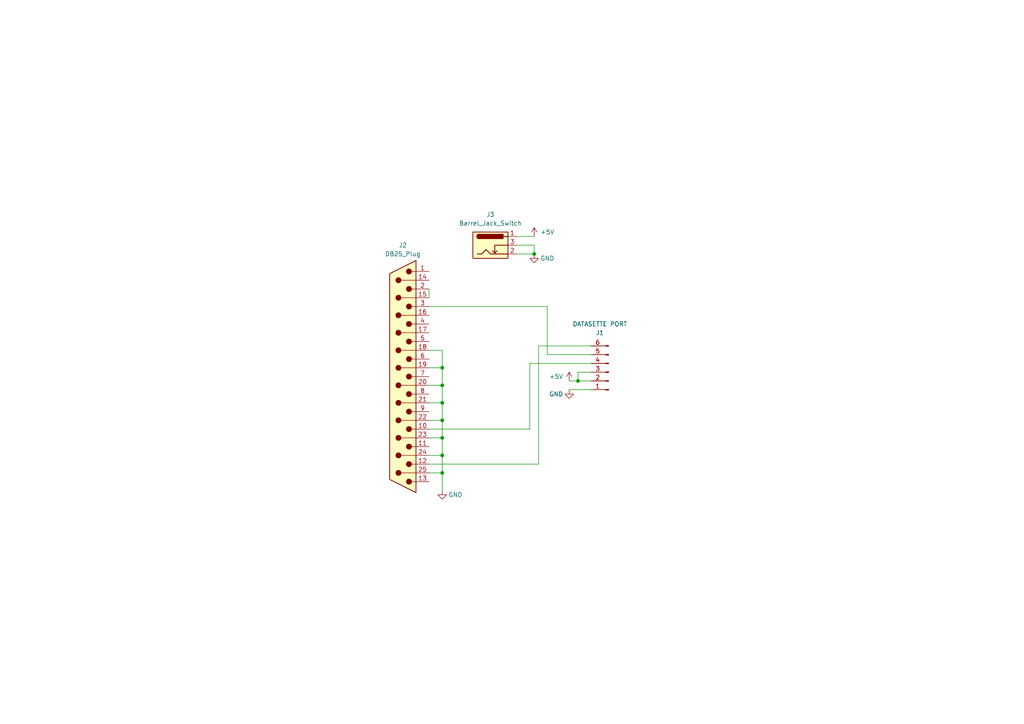
<source format=kicad_sch>
(kicad_sch (version 20230121) (generator eeschema)

  (uuid 2ccec24b-e4d1-412f-9ed2-d458b0def978)

  (paper "A4")

  (lib_symbols
    (symbol "C64_Datasette_Connector:C64_Datasette_Connector" (pin_names (offset 1.016) hide) (in_bom yes) (on_board yes)
      (property "Reference" "J" (at 0 7.62 0)
        (effects (font (size 1.27 1.27)))
      )
      (property "Value" "C64_Datasette_Connector" (at 0 -10.16 0)
        (effects (font (size 1.27 1.27)))
      )
      (property "Footprint" "" (at 0 0 0)
        (effects (font (size 1.27 1.27)) hide)
      )
      (property "Datasheet" "~" (at 0 0 0)
        (effects (font (size 1.27 1.27)) hide)
      )
      (property "ki_locked" "" (at 0 0 0)
        (effects (font (size 1.27 1.27)))
      )
      (property "ki_keywords" "connector" (at 0 0 0)
        (effects (font (size 1.27 1.27)) hide)
      )
      (property "ki_description" "Generic connector, single row, 01x06, script generated" (at 0 0 0)
        (effects (font (size 1.27 1.27)) hide)
      )
      (property "ki_fp_filters" "Connector*:*_1x??_*" (at 0 0 0)
        (effects (font (size 1.27 1.27)) hide)
      )
      (symbol "C64_Datasette_Connector_1_1"
        (polyline
          (pts
            (xy 1.27 -7.62)
            (xy 0.8636 -7.62)
          )
          (stroke (width 0.1524) (type default))
          (fill (type none))
        )
        (polyline
          (pts
            (xy 1.27 -5.08)
            (xy 0.8636 -5.08)
          )
          (stroke (width 0.1524) (type default))
          (fill (type none))
        )
        (polyline
          (pts
            (xy 1.27 -2.54)
            (xy 0.8636 -2.54)
          )
          (stroke (width 0.1524) (type default))
          (fill (type none))
        )
        (polyline
          (pts
            (xy 1.27 0)
            (xy 0.8636 0)
          )
          (stroke (width 0.1524) (type default))
          (fill (type none))
        )
        (polyline
          (pts
            (xy 1.27 2.54)
            (xy 0.8636 2.54)
          )
          (stroke (width 0.1524) (type default))
          (fill (type none))
        )
        (polyline
          (pts
            (xy 1.27 5.08)
            (xy 0.8636 5.08)
          )
          (stroke (width 0.1524) (type default))
          (fill (type none))
        )
        (rectangle (start 0.8636 -7.493) (end 0 -7.747)
          (stroke (width 0.1524) (type default))
          (fill (type outline))
        )
        (rectangle (start 0.8636 -4.953) (end 0 -5.207)
          (stroke (width 0.1524) (type default))
          (fill (type outline))
        )
        (rectangle (start 0.8636 -2.413) (end 0 -2.667)
          (stroke (width 0.1524) (type default))
          (fill (type outline))
        )
        (rectangle (start 0.8636 0.127) (end 0 -0.127)
          (stroke (width 0.1524) (type default))
          (fill (type outline))
        )
        (rectangle (start 0.8636 2.667) (end 0 2.413)
          (stroke (width 0.1524) (type default))
          (fill (type outline))
        )
        (rectangle (start 0.8636 5.207) (end 0 4.953)
          (stroke (width 0.1524) (type default))
          (fill (type outline))
        )
        (pin passive line (at 5.08 5.08 180) (length 3.81)
          (name "GND" (effects (font (size 1.27 1.27))))
          (number "1" (effects (font (size 1.27 1.27))))
        )
        (pin power_in line (at 5.08 2.54 180) (length 3.81)
          (name "5V" (effects (font (size 1.27 1.27))))
          (number "2" (effects (font (size 1.27 1.27))))
        )
        (pin power_in line (at 5.08 0 180) (length 3.81)
          (name "Motor" (effects (font (size 1.27 1.27))))
          (number "3" (effects (font (size 1.27 1.27))))
        )
        (pin passive line (at 5.08 -2.54 180) (length 3.81)
          (name "Read" (effects (font (size 1.27 1.27))))
          (number "4" (effects (font (size 1.27 1.27))))
        )
        (pin passive line (at 5.08 -5.08 180) (length 3.81)
          (name "Write" (effects (font (size 1.27 1.27))))
          (number "5" (effects (font (size 1.27 1.27))))
        )
        (pin passive line (at 5.08 -7.62 180) (length 3.81)
          (name "Sense" (effects (font (size 1.27 1.27))))
          (number "6" (effects (font (size 1.27 1.27))))
        )
      )
    )
    (symbol "Connector:Barrel_Jack_Switch" (pin_names hide) (in_bom yes) (on_board yes)
      (property "Reference" "J" (at 0 5.334 0)
        (effects (font (size 1.27 1.27)))
      )
      (property "Value" "Barrel_Jack_Switch" (at 0 -5.08 0)
        (effects (font (size 1.27 1.27)))
      )
      (property "Footprint" "" (at 1.27 -1.016 0)
        (effects (font (size 1.27 1.27)) hide)
      )
      (property "Datasheet" "~" (at 1.27 -1.016 0)
        (effects (font (size 1.27 1.27)) hide)
      )
      (property "ki_keywords" "DC power barrel jack connector" (at 0 0 0)
        (effects (font (size 1.27 1.27)) hide)
      )
      (property "ki_description" "DC Barrel Jack with an internal switch" (at 0 0 0)
        (effects (font (size 1.27 1.27)) hide)
      )
      (property "ki_fp_filters" "BarrelJack*" (at 0 0 0)
        (effects (font (size 1.27 1.27)) hide)
      )
      (symbol "Barrel_Jack_Switch_0_1"
        (rectangle (start -5.08 3.81) (end 5.08 -3.81)
          (stroke (width 0.254) (type default))
          (fill (type background))
        )
        (arc (start -3.302 3.175) (mid -3.9343 2.54) (end -3.302 1.905)
          (stroke (width 0.254) (type default))
          (fill (type none))
        )
        (arc (start -3.302 3.175) (mid -3.9343 2.54) (end -3.302 1.905)
          (stroke (width 0.254) (type default))
          (fill (type outline))
        )
        (polyline
          (pts
            (xy 1.27 -2.286)
            (xy 1.905 -1.651)
          )
          (stroke (width 0.254) (type default))
          (fill (type none))
        )
        (polyline
          (pts
            (xy 5.08 2.54)
            (xy 3.81 2.54)
          )
          (stroke (width 0.254) (type default))
          (fill (type none))
        )
        (polyline
          (pts
            (xy 5.08 0)
            (xy 1.27 0)
            (xy 1.27 -2.286)
            (xy 0.635 -1.651)
          )
          (stroke (width 0.254) (type default))
          (fill (type none))
        )
        (polyline
          (pts
            (xy -3.81 -2.54)
            (xy -2.54 -2.54)
            (xy -1.27 -1.27)
            (xy 0 -2.54)
            (xy 2.54 -2.54)
            (xy 5.08 -2.54)
          )
          (stroke (width 0.254) (type default))
          (fill (type none))
        )
        (rectangle (start 3.683 3.175) (end -3.302 1.905)
          (stroke (width 0.254) (type default))
          (fill (type outline))
        )
      )
      (symbol "Barrel_Jack_Switch_1_1"
        (pin passive line (at 7.62 2.54 180) (length 2.54)
          (name "~" (effects (font (size 1.27 1.27))))
          (number "1" (effects (font (size 1.27 1.27))))
        )
        (pin passive line (at 7.62 -2.54 180) (length 2.54)
          (name "~" (effects (font (size 1.27 1.27))))
          (number "2" (effects (font (size 1.27 1.27))))
        )
        (pin passive line (at 7.62 0 180) (length 2.54)
          (name "~" (effects (font (size 1.27 1.27))))
          (number "3" (effects (font (size 1.27 1.27))))
        )
      )
    )
    (symbol "Connector:DB25_Plug" (pin_names (offset 1.016) hide) (in_bom yes) (on_board yes)
      (property "Reference" "J" (at 0 34.29 0)
        (effects (font (size 1.27 1.27)))
      )
      (property "Value" "DB25_Plug" (at 0 -34.925 0)
        (effects (font (size 1.27 1.27)))
      )
      (property "Footprint" "" (at 0 0 0)
        (effects (font (size 1.27 1.27)) hide)
      )
      (property "Datasheet" " ~" (at 0 0 0)
        (effects (font (size 1.27 1.27)) hide)
      )
      (property "ki_keywords" "male plug D-SUB connector" (at 0 0 0)
        (effects (font (size 1.27 1.27)) hide)
      )
      (property "ki_description" "25-pin male plug pin D-SUB connector" (at 0 0 0)
        (effects (font (size 1.27 1.27)) hide)
      )
      (property "ki_fp_filters" "DSUB*Male*" (at 0 0 0)
        (effects (font (size 1.27 1.27)) hide)
      )
      (symbol "DB25_Plug_0_1"
        (circle (center -1.778 -30.48) (radius 0.762)
          (stroke (width 0) (type default))
          (fill (type outline))
        )
        (circle (center -1.778 -25.4) (radius 0.762)
          (stroke (width 0) (type default))
          (fill (type outline))
        )
        (circle (center -1.778 -20.32) (radius 0.762)
          (stroke (width 0) (type default))
          (fill (type outline))
        )
        (circle (center -1.778 -15.24) (radius 0.762)
          (stroke (width 0) (type default))
          (fill (type outline))
        )
        (circle (center -1.778 -10.16) (radius 0.762)
          (stroke (width 0) (type default))
          (fill (type outline))
        )
        (circle (center -1.778 -5.08) (radius 0.762)
          (stroke (width 0) (type default))
          (fill (type outline))
        )
        (circle (center -1.778 0) (radius 0.762)
          (stroke (width 0) (type default))
          (fill (type outline))
        )
        (circle (center -1.778 5.08) (radius 0.762)
          (stroke (width 0) (type default))
          (fill (type outline))
        )
        (circle (center -1.778 10.16) (radius 0.762)
          (stroke (width 0) (type default))
          (fill (type outline))
        )
        (circle (center -1.778 15.24) (radius 0.762)
          (stroke (width 0) (type default))
          (fill (type outline))
        )
        (circle (center -1.778 20.32) (radius 0.762)
          (stroke (width 0) (type default))
          (fill (type outline))
        )
        (circle (center -1.778 25.4) (radius 0.762)
          (stroke (width 0) (type default))
          (fill (type outline))
        )
        (circle (center -1.778 30.48) (radius 0.762)
          (stroke (width 0) (type default))
          (fill (type outline))
        )
        (polyline
          (pts
            (xy -3.81 -30.48)
            (xy -2.54 -30.48)
          )
          (stroke (width 0) (type default))
          (fill (type none))
        )
        (polyline
          (pts
            (xy -3.81 -27.94)
            (xy 0.508 -27.94)
          )
          (stroke (width 0) (type default))
          (fill (type none))
        )
        (polyline
          (pts
            (xy -3.81 -25.4)
            (xy -2.54 -25.4)
          )
          (stroke (width 0) (type default))
          (fill (type none))
        )
        (polyline
          (pts
            (xy -3.81 -22.86)
            (xy 0.508 -22.86)
          )
          (stroke (width 0) (type default))
          (fill (type none))
        )
        (polyline
          (pts
            (xy -3.81 -20.32)
            (xy -2.54 -20.32)
          )
          (stroke (width 0) (type default))
          (fill (type none))
        )
        (polyline
          (pts
            (xy -3.81 -17.78)
            (xy 0.508 -17.78)
          )
          (stroke (width 0) (type default))
          (fill (type none))
        )
        (polyline
          (pts
            (xy -3.81 -15.24)
            (xy -2.54 -15.24)
          )
          (stroke (width 0) (type default))
          (fill (type none))
        )
        (polyline
          (pts
            (xy -3.81 -12.7)
            (xy 0.508 -12.7)
          )
          (stroke (width 0) (type default))
          (fill (type none))
        )
        (polyline
          (pts
            (xy -3.81 -10.16)
            (xy -2.54 -10.16)
          )
          (stroke (width 0) (type default))
          (fill (type none))
        )
        (polyline
          (pts
            (xy -3.81 -7.62)
            (xy 0.508 -7.62)
          )
          (stroke (width 0) (type default))
          (fill (type none))
        )
        (polyline
          (pts
            (xy -3.81 -5.08)
            (xy -2.54 -5.08)
          )
          (stroke (width 0) (type default))
          (fill (type none))
        )
        (polyline
          (pts
            (xy -3.81 -2.54)
            (xy 0.508 -2.54)
          )
          (stroke (width 0) (type default))
          (fill (type none))
        )
        (polyline
          (pts
            (xy -3.81 0)
            (xy -2.54 0)
          )
          (stroke (width 0) (type default))
          (fill (type none))
        )
        (polyline
          (pts
            (xy -3.81 2.54)
            (xy 0.508 2.54)
          )
          (stroke (width 0) (type default))
          (fill (type none))
        )
        (polyline
          (pts
            (xy -3.81 5.08)
            (xy -2.54 5.08)
          )
          (stroke (width 0) (type default))
          (fill (type none))
        )
        (polyline
          (pts
            (xy -3.81 7.62)
            (xy 0.508 7.62)
          )
          (stroke (width 0) (type default))
          (fill (type none))
        )
        (polyline
          (pts
            (xy -3.81 10.16)
            (xy -2.54 10.16)
          )
          (stroke (width 0) (type default))
          (fill (type none))
        )
        (polyline
          (pts
            (xy -3.81 12.7)
            (xy 0.508 12.7)
          )
          (stroke (width 0) (type default))
          (fill (type none))
        )
        (polyline
          (pts
            (xy -3.81 15.24)
            (xy -2.54 15.24)
          )
          (stroke (width 0) (type default))
          (fill (type none))
        )
        (polyline
          (pts
            (xy -3.81 17.78)
            (xy 0.508 17.78)
          )
          (stroke (width 0) (type default))
          (fill (type none))
        )
        (polyline
          (pts
            (xy -3.81 20.32)
            (xy -2.54 20.32)
          )
          (stroke (width 0) (type default))
          (fill (type none))
        )
        (polyline
          (pts
            (xy -3.81 22.86)
            (xy 0.508 22.86)
          )
          (stroke (width 0) (type default))
          (fill (type none))
        )
        (polyline
          (pts
            (xy -3.81 25.4)
            (xy -2.54 25.4)
          )
          (stroke (width 0) (type default))
          (fill (type none))
        )
        (polyline
          (pts
            (xy -3.81 27.94)
            (xy 0.508 27.94)
          )
          (stroke (width 0) (type default))
          (fill (type none))
        )
        (polyline
          (pts
            (xy -3.81 30.48)
            (xy -2.54 30.48)
          )
          (stroke (width 0) (type default))
          (fill (type none))
        )
        (polyline
          (pts
            (xy -3.81 -33.655)
            (xy 3.81 -29.845)
            (xy 3.81 29.845)
            (xy -3.81 33.655)
            (xy -3.81 -33.655)
          )
          (stroke (width 0.254) (type default))
          (fill (type background))
        )
        (circle (center 1.27 -27.94) (radius 0.762)
          (stroke (width 0) (type default))
          (fill (type outline))
        )
        (circle (center 1.27 -22.86) (radius 0.762)
          (stroke (width 0) (type default))
          (fill (type outline))
        )
        (circle (center 1.27 -17.78) (radius 0.762)
          (stroke (width 0) (type default))
          (fill (type outline))
        )
        (circle (center 1.27 -12.7) (radius 0.762)
          (stroke (width 0) (type default))
          (fill (type outline))
        )
        (circle (center 1.27 -7.62) (radius 0.762)
          (stroke (width 0) (type default))
          (fill (type outline))
        )
        (circle (center 1.27 -2.54) (radius 0.762)
          (stroke (width 0) (type default))
          (fill (type outline))
        )
        (circle (center 1.27 2.54) (radius 0.762)
          (stroke (width 0) (type default))
          (fill (type outline))
        )
        (circle (center 1.27 7.62) (radius 0.762)
          (stroke (width 0) (type default))
          (fill (type outline))
        )
        (circle (center 1.27 12.7) (radius 0.762)
          (stroke (width 0) (type default))
          (fill (type outline))
        )
        (circle (center 1.27 17.78) (radius 0.762)
          (stroke (width 0) (type default))
          (fill (type outline))
        )
        (circle (center 1.27 22.86) (radius 0.762)
          (stroke (width 0) (type default))
          (fill (type outline))
        )
        (circle (center 1.27 27.94) (radius 0.762)
          (stroke (width 0) (type default))
          (fill (type outline))
        )
      )
      (symbol "DB25_Plug_1_1"
        (pin passive line (at -7.62 -30.48 0) (length 3.81)
          (name "1" (effects (font (size 1.27 1.27))))
          (number "1" (effects (font (size 1.27 1.27))))
        )
        (pin passive line (at -7.62 15.24 0) (length 3.81)
          (name "10" (effects (font (size 1.27 1.27))))
          (number "10" (effects (font (size 1.27 1.27))))
        )
        (pin passive line (at -7.62 20.32 0) (length 3.81)
          (name "11" (effects (font (size 1.27 1.27))))
          (number "11" (effects (font (size 1.27 1.27))))
        )
        (pin passive line (at -7.62 25.4 0) (length 3.81)
          (name "12" (effects (font (size 1.27 1.27))))
          (number "12" (effects (font (size 1.27 1.27))))
        )
        (pin passive line (at -7.62 30.48 0) (length 3.81)
          (name "13" (effects (font (size 1.27 1.27))))
          (number "13" (effects (font (size 1.27 1.27))))
        )
        (pin passive line (at -7.62 -27.94 0) (length 3.81)
          (name "P14" (effects (font (size 1.27 1.27))))
          (number "14" (effects (font (size 1.27 1.27))))
        )
        (pin passive line (at -7.62 -22.86 0) (length 3.81)
          (name "P15" (effects (font (size 1.27 1.27))))
          (number "15" (effects (font (size 1.27 1.27))))
        )
        (pin passive line (at -7.62 -17.78 0) (length 3.81)
          (name "P16" (effects (font (size 1.27 1.27))))
          (number "16" (effects (font (size 1.27 1.27))))
        )
        (pin passive line (at -7.62 -12.7 0) (length 3.81)
          (name "P17" (effects (font (size 1.27 1.27))))
          (number "17" (effects (font (size 1.27 1.27))))
        )
        (pin passive line (at -7.62 -7.62 0) (length 3.81)
          (name "P18" (effects (font (size 1.27 1.27))))
          (number "18" (effects (font (size 1.27 1.27))))
        )
        (pin passive line (at -7.62 -2.54 0) (length 3.81)
          (name "P19" (effects (font (size 1.27 1.27))))
          (number "19" (effects (font (size 1.27 1.27))))
        )
        (pin passive line (at -7.62 -25.4 0) (length 3.81)
          (name "2" (effects (font (size 1.27 1.27))))
          (number "2" (effects (font (size 1.27 1.27))))
        )
        (pin passive line (at -7.62 2.54 0) (length 3.81)
          (name "P20" (effects (font (size 1.27 1.27))))
          (number "20" (effects (font (size 1.27 1.27))))
        )
        (pin passive line (at -7.62 7.62 0) (length 3.81)
          (name "P21" (effects (font (size 1.27 1.27))))
          (number "21" (effects (font (size 1.27 1.27))))
        )
        (pin passive line (at -7.62 12.7 0) (length 3.81)
          (name "P22" (effects (font (size 1.27 1.27))))
          (number "22" (effects (font (size 1.27 1.27))))
        )
        (pin passive line (at -7.62 17.78 0) (length 3.81)
          (name "P23" (effects (font (size 1.27 1.27))))
          (number "23" (effects (font (size 1.27 1.27))))
        )
        (pin passive line (at -7.62 22.86 0) (length 3.81)
          (name "P24" (effects (font (size 1.27 1.27))))
          (number "24" (effects (font (size 1.27 1.27))))
        )
        (pin passive line (at -7.62 27.94 0) (length 3.81)
          (name "P25" (effects (font (size 1.27 1.27))))
          (number "25" (effects (font (size 1.27 1.27))))
        )
        (pin passive line (at -7.62 -20.32 0) (length 3.81)
          (name "3" (effects (font (size 1.27 1.27))))
          (number "3" (effects (font (size 1.27 1.27))))
        )
        (pin passive line (at -7.62 -15.24 0) (length 3.81)
          (name "4" (effects (font (size 1.27 1.27))))
          (number "4" (effects (font (size 1.27 1.27))))
        )
        (pin passive line (at -7.62 -10.16 0) (length 3.81)
          (name "5" (effects (font (size 1.27 1.27))))
          (number "5" (effects (font (size 1.27 1.27))))
        )
        (pin passive line (at -7.62 -5.08 0) (length 3.81)
          (name "6" (effects (font (size 1.27 1.27))))
          (number "6" (effects (font (size 1.27 1.27))))
        )
        (pin passive line (at -7.62 0 0) (length 3.81)
          (name "7" (effects (font (size 1.27 1.27))))
          (number "7" (effects (font (size 1.27 1.27))))
        )
        (pin passive line (at -7.62 5.08 0) (length 3.81)
          (name "8" (effects (font (size 1.27 1.27))))
          (number "8" (effects (font (size 1.27 1.27))))
        )
        (pin passive line (at -7.62 10.16 0) (length 3.81)
          (name "9" (effects (font (size 1.27 1.27))))
          (number "9" (effects (font (size 1.27 1.27))))
        )
      )
    )
    (symbol "power:+5V" (power) (pin_names (offset 0)) (in_bom yes) (on_board yes)
      (property "Reference" "#PWR" (at 0 -3.81 0)
        (effects (font (size 1.27 1.27)) hide)
      )
      (property "Value" "+5V" (at 0 3.556 0)
        (effects (font (size 1.27 1.27)))
      )
      (property "Footprint" "" (at 0 0 0)
        (effects (font (size 1.27 1.27)) hide)
      )
      (property "Datasheet" "" (at 0 0 0)
        (effects (font (size 1.27 1.27)) hide)
      )
      (property "ki_keywords" "global power" (at 0 0 0)
        (effects (font (size 1.27 1.27)) hide)
      )
      (property "ki_description" "Power symbol creates a global label with name \"+5V\"" (at 0 0 0)
        (effects (font (size 1.27 1.27)) hide)
      )
      (symbol "+5V_0_1"
        (polyline
          (pts
            (xy -0.762 1.27)
            (xy 0 2.54)
          )
          (stroke (width 0) (type default))
          (fill (type none))
        )
        (polyline
          (pts
            (xy 0 0)
            (xy 0 2.54)
          )
          (stroke (width 0) (type default))
          (fill (type none))
        )
        (polyline
          (pts
            (xy 0 2.54)
            (xy 0.762 1.27)
          )
          (stroke (width 0) (type default))
          (fill (type none))
        )
      )
      (symbol "+5V_1_1"
        (pin power_in line (at 0 0 90) (length 0) hide
          (name "+5V" (effects (font (size 1.27 1.27))))
          (number "1" (effects (font (size 1.27 1.27))))
        )
      )
    )
    (symbol "power:GND" (power) (pin_names (offset 0)) (in_bom yes) (on_board yes)
      (property "Reference" "#PWR" (at 0 -6.35 0)
        (effects (font (size 1.27 1.27)) hide)
      )
      (property "Value" "GND" (at 0 -3.81 0)
        (effects (font (size 1.27 1.27)))
      )
      (property "Footprint" "" (at 0 0 0)
        (effects (font (size 1.27 1.27)) hide)
      )
      (property "Datasheet" "" (at 0 0 0)
        (effects (font (size 1.27 1.27)) hide)
      )
      (property "ki_keywords" "global power" (at 0 0 0)
        (effects (font (size 1.27 1.27)) hide)
      )
      (property "ki_description" "Power symbol creates a global label with name \"GND\" , ground" (at 0 0 0)
        (effects (font (size 1.27 1.27)) hide)
      )
      (symbol "GND_0_1"
        (polyline
          (pts
            (xy 0 0)
            (xy 0 -1.27)
            (xy 1.27 -1.27)
            (xy 0 -2.54)
            (xy -1.27 -1.27)
            (xy 0 -1.27)
          )
          (stroke (width 0) (type default))
          (fill (type none))
        )
      )
      (symbol "GND_1_1"
        (pin power_in line (at 0 0 270) (length 0) hide
          (name "GND" (effects (font (size 1.27 1.27))))
          (number "1" (effects (font (size 1.27 1.27))))
        )
      )
    )
  )

  (junction (at 128.27 111.76) (diameter 0) (color 0 0 0 0)
    (uuid 1086f38f-4194-42ce-bbf5-39ec4cc06ea4)
  )
  (junction (at 167.64 110.49) (diameter 0) (color 0 0 0 0)
    (uuid 2cd161b6-47fb-4747-b788-8073b34c7021)
  )
  (junction (at 128.27 137.16) (diameter 0) (color 0 0 0 0)
    (uuid 2e86d592-ae69-40a1-8166-cd04d8b8c2d8)
  )
  (junction (at 128.27 121.92) (diameter 0) (color 0 0 0 0)
    (uuid 3320958d-8ce5-4864-9950-14789003f45c)
  )
  (junction (at 128.27 132.08) (diameter 0) (color 0 0 0 0)
    (uuid 3f310c7b-b360-43d3-9fbe-542a7c6c8a8a)
  )
  (junction (at 154.94 73.66) (diameter 0) (color 0 0 0 0)
    (uuid 73314843-8ff4-45b5-b901-0d3511c743c6)
  )
  (junction (at 128.27 127) (diameter 0) (color 0 0 0 0)
    (uuid a723305a-2b7b-4b6b-8c75-6ed263c745a8)
  )
  (junction (at 128.27 116.84) (diameter 0) (color 0 0 0 0)
    (uuid b0589049-1392-4acb-9bdd-803c5355a82f)
  )
  (junction (at 128.27 106.68) (diameter 0) (color 0 0 0 0)
    (uuid dc124a3b-1839-4683-8205-d8c4dc3fb535)
  )

  (wire (pts (xy 124.46 121.92) (xy 128.27 121.92))
    (stroke (width 0) (type default))
    (uuid 0b62240d-0dc3-47a9-90d5-c6466c66764a)
  )
  (wire (pts (xy 128.27 121.92) (xy 128.27 127))
    (stroke (width 0) (type default))
    (uuid 0c9718c3-7dab-4713-b8c2-83b40fa24bbc)
  )
  (wire (pts (xy 149.86 73.66) (xy 154.94 73.66))
    (stroke (width 0) (type default))
    (uuid 18c2d9c6-d2dc-4ea3-8b57-ecb16543c2cb)
  )
  (wire (pts (xy 158.75 88.9) (xy 158.75 102.87))
    (stroke (width 0) (type default))
    (uuid 1ce554bb-884a-476c-975e-613cee44515b)
  )
  (wire (pts (xy 167.64 110.49) (xy 165.1 110.49))
    (stroke (width 0) (type default))
    (uuid 1d97a328-b7e2-49c5-8ddc-efec0296b53a)
  )
  (wire (pts (xy 124.46 127) (xy 128.27 127))
    (stroke (width 0) (type default))
    (uuid 1e59a3d5-2d7d-498f-91fd-4ad54b4e756b)
  )
  (wire (pts (xy 128.27 106.68) (xy 128.27 111.76))
    (stroke (width 0) (type default))
    (uuid 2255a618-75f0-4342-ba0e-a1354ed4ba84)
  )
  (wire (pts (xy 124.46 111.76) (xy 128.27 111.76))
    (stroke (width 0) (type default))
    (uuid 2dc85096-cae7-48e3-9e3a-d0c81a5e550d)
  )
  (wire (pts (xy 154.94 71.12) (xy 154.94 73.66))
    (stroke (width 0) (type default))
    (uuid 2ef86872-f2cf-4514-8002-c9bead259be5)
  )
  (wire (pts (xy 124.46 101.6) (xy 128.27 101.6))
    (stroke (width 0) (type default))
    (uuid 36f32d6f-6d05-4044-9cd2-f28e39223ed6)
  )
  (wire (pts (xy 171.45 107.95) (xy 167.64 107.95))
    (stroke (width 0) (type default))
    (uuid 3cac1aa7-d222-4173-8151-9cc20d2b43eb)
  )
  (wire (pts (xy 171.45 110.49) (xy 167.64 110.49))
    (stroke (width 0) (type default))
    (uuid 424ef9df-908b-4fa2-a6a1-ea4b5d413d56)
  )
  (wire (pts (xy 149.86 71.12) (xy 154.94 71.12))
    (stroke (width 0) (type default))
    (uuid 439a4412-0c40-4f0e-9a85-954b4374f7bc)
  )
  (wire (pts (xy 128.27 101.6) (xy 128.27 106.68))
    (stroke (width 0) (type default))
    (uuid 46e1cc2e-83c1-4313-86e4-a3070f3a30e8)
  )
  (wire (pts (xy 124.46 88.9) (xy 158.75 88.9))
    (stroke (width 0) (type default))
    (uuid 49df5f16-0a92-48d7-9d29-ef8bea70262b)
  )
  (wire (pts (xy 156.21 134.62) (xy 156.21 100.33))
    (stroke (width 0) (type default))
    (uuid 6d5a4aca-d59c-4acc-84cf-3437c1f98177)
  )
  (wire (pts (xy 124.46 132.08) (xy 128.27 132.08))
    (stroke (width 0) (type default))
    (uuid 7d6bb9e8-35f0-46c4-9fa7-eedfa5ca9055)
  )
  (wire (pts (xy 149.86 68.58) (xy 154.94 68.58))
    (stroke (width 0) (type default))
    (uuid 7f1a7706-c09a-401a-928e-c0792080e6c0)
  )
  (wire (pts (xy 156.21 100.33) (xy 171.45 100.33))
    (stroke (width 0) (type default))
    (uuid 87d80613-8ed4-4265-8ebe-4a9533e83d01)
  )
  (wire (pts (xy 153.67 105.41) (xy 171.45 105.41))
    (stroke (width 0) (type default))
    (uuid 88b4aecd-6963-4409-85d5-e4cbd961cf7c)
  )
  (wire (pts (xy 128.27 127) (xy 128.27 132.08))
    (stroke (width 0) (type default))
    (uuid 9c636500-b691-4418-bbc0-57374c250306)
  )
  (wire (pts (xy 124.46 116.84) (xy 128.27 116.84))
    (stroke (width 0) (type default))
    (uuid a19151af-1f4d-472f-b312-522c8329326f)
  )
  (wire (pts (xy 128.27 137.16) (xy 124.46 137.16))
    (stroke (width 0) (type default))
    (uuid aea42273-9ef7-44e7-a586-38a6ec135d5d)
  )
  (wire (pts (xy 128.27 111.76) (xy 128.27 116.84))
    (stroke (width 0) (type default))
    (uuid b45b6e3d-09ec-4d2d-89ce-628dbde16cf0)
  )
  (wire (pts (xy 124.46 106.68) (xy 128.27 106.68))
    (stroke (width 0) (type default))
    (uuid b5fefb51-c06d-4649-98be-9e32ee7a114c)
  )
  (wire (pts (xy 158.75 102.87) (xy 171.45 102.87))
    (stroke (width 0) (type default))
    (uuid c04f10f6-71b8-4bcc-823d-e52a4dcb9683)
  )
  (wire (pts (xy 128.27 132.08) (xy 128.27 137.16))
    (stroke (width 0) (type default))
    (uuid c52ff963-e025-49c0-b92c-79420b1410b7)
  )
  (wire (pts (xy 128.27 116.84) (xy 128.27 121.92))
    (stroke (width 0) (type default))
    (uuid ce00a355-f80b-4854-accc-6af042b1c8c7)
  )
  (wire (pts (xy 124.46 134.62) (xy 156.21 134.62))
    (stroke (width 0) (type default))
    (uuid d6cb79bf-91b8-46e8-8fc8-3375cc49eb46)
  )
  (wire (pts (xy 124.46 124.46) (xy 153.67 124.46))
    (stroke (width 0) (type default))
    (uuid d6f59806-071e-4f6b-9371-c3d953c2816d)
  )
  (wire (pts (xy 124.46 83.82) (xy 124.46 86.36))
    (stroke (width 0) (type default))
    (uuid dbb27df0-b58d-46de-8cd9-5470e6a8dc3f)
  )
  (wire (pts (xy 128.27 137.16) (xy 128.27 142.24))
    (stroke (width 0) (type default))
    (uuid dda1be8c-91ed-4f4b-bd7b-06bdfd5b3630)
  )
  (wire (pts (xy 171.45 113.03) (xy 165.1 113.03))
    (stroke (width 0) (type default))
    (uuid e9b6fef0-d29c-489d-803d-04e06857b2bd)
  )
  (wire (pts (xy 153.67 124.46) (xy 153.67 105.41))
    (stroke (width 0) (type default))
    (uuid e9bca57c-925f-418f-902d-b67542faceaa)
  )
  (wire (pts (xy 167.64 107.95) (xy 167.64 110.49))
    (stroke (width 0) (type default))
    (uuid f1edbf5a-6f7b-4708-bd65-d3df10e682b9)
  )

  (symbol (lib_id "C64_Datasette_Connector:C64_Datasette_Connector") (at 176.53 107.95 180) (unit 1)
    (in_bom yes) (on_board yes) (dnp no)
    (uuid 2b294563-6a74-447b-bfde-2eb36a027d86)
    (property "Reference" "J1" (at 173.99 96.52 0)
      (effects (font (size 1.27 1.27)))
    )
    (property "Value" "DATASETTE PORT" (at 173.99 93.98 0)
      (effects (font (size 1.27 1.27)))
    )
    (property "Footprint" "C64_Datasette_Connector:C64_Datasette_Connector" (at 176.53 107.95 0)
      (effects (font (size 1.27 1.27)) hide)
    )
    (property "Datasheet" "~" (at 176.53 107.95 0)
      (effects (font (size 1.27 1.27)) hide)
    )
    (pin "1" (uuid 559f5f20-c7b2-43de-804e-69cfd191fca4))
    (pin "2" (uuid e8f8a62a-5af8-4768-894f-d51807187928))
    (pin "3" (uuid 38ae5a1b-1d51-4b96-add6-781333831aff))
    (pin "4" (uuid 3eb36dc6-bea4-44f8-a956-26b3f3edd3ac))
    (pin "5" (uuid dc744e26-0bf3-457e-aaf4-faa480ed9cab))
    (pin "6" (uuid 9b90cba5-7499-4dcb-94f1-670a1d18ff7b))
    (instances
      (project "C64S"
        (path "/2ccec24b-e4d1-412f-9ed2-d458b0def978"
          (reference "J1") (unit 1)
        )
      )
    )
  )

  (symbol (lib_id "Connector:Barrel_Jack_Switch") (at 142.24 71.12 0) (unit 1)
    (in_bom yes) (on_board yes) (dnp no) (fields_autoplaced)
    (uuid 2b5fd4f9-99ee-4d2b-b5a9-f9f527b732f1)
    (property "Reference" "J3" (at 142.24 62.23 0)
      (effects (font (size 1.27 1.27)))
    )
    (property "Value" "Barrel_Jack_Switch" (at 142.24 64.77 0)
      (effects (font (size 1.27 1.27)))
    )
    (property "Footprint" "Connector_BarrelJack:BarrelJack_Horizontal" (at 143.51 72.136 0)
      (effects (font (size 1.27 1.27)) hide)
    )
    (property "Datasheet" "~" (at 143.51 72.136 0)
      (effects (font (size 1.27 1.27)) hide)
    )
    (pin "1" (uuid 83b6f9bf-6690-4911-87ac-13dd9d8746e4))
    (pin "2" (uuid b6da8571-d02d-4931-a713-f479feea2d83))
    (pin "3" (uuid aaf3fbe8-de02-43bf-b82f-565df5862658))
    (instances
      (project "C64S"
        (path "/2ccec24b-e4d1-412f-9ed2-d458b0def978"
          (reference "J3") (unit 1)
        )
      )
    )
  )

  (symbol (lib_id "power:GND") (at 154.94 73.66 0) (unit 1)
    (in_bom yes) (on_board yes) (dnp no)
    (uuid 38f64750-722e-47ba-a628-a99232fa5720)
    (property "Reference" "#PWR05" (at 154.94 80.01 0)
      (effects (font (size 1.27 1.27)) hide)
    )
    (property "Value" "GND" (at 158.75 74.93 0)
      (effects (font (size 1.27 1.27)))
    )
    (property "Footprint" "" (at 154.94 73.66 0)
      (effects (font (size 1.27 1.27)) hide)
    )
    (property "Datasheet" "" (at 154.94 73.66 0)
      (effects (font (size 1.27 1.27)) hide)
    )
    (pin "1" (uuid 818071d8-5ed6-43c6-b822-1b146980c0d2))
    (instances
      (project "C64S"
        (path "/2ccec24b-e4d1-412f-9ed2-d458b0def978"
          (reference "#PWR05") (unit 1)
        )
      )
    )
  )

  (symbol (lib_id "Connector:DB25_Plug") (at 116.84 109.22 180) (unit 1)
    (in_bom yes) (on_board yes) (dnp no) (fields_autoplaced)
    (uuid 9478f451-d30d-43b4-b839-2fc33db21d8c)
    (property "Reference" "J2" (at 116.84 71.12 0)
      (effects (font (size 1.27 1.27)))
    )
    (property "Value" "DB25_Plug" (at 116.84 73.66 0)
      (effects (font (size 1.27 1.27)))
    )
    (property "Footprint" "Connector_Dsub:DSUB-25_Male_EdgeMount_P2.77mm" (at 116.84 109.22 0)
      (effects (font (size 1.27 1.27)) hide)
    )
    (property "Datasheet" " ~" (at 116.84 109.22 0)
      (effects (font (size 1.27 1.27)) hide)
    )
    (pin "1" (uuid 3edab16a-3b58-4ce8-a574-3de7bfb9b569))
    (pin "10" (uuid b58ab798-12f7-47c9-b416-03a772c9cda5))
    (pin "11" (uuid ac9978fd-1fa5-4725-abc3-fa422812b21f))
    (pin "12" (uuid be15daff-136a-43a2-8b5b-5c27bf247531))
    (pin "13" (uuid 27784be1-2351-4d9c-9f12-5beeddaf5468))
    (pin "14" (uuid 8fd7e954-96a3-4ebe-b466-c10da28b020f))
    (pin "15" (uuid 4646b9bc-dc6a-4825-9edb-55e57db6d1ca))
    (pin "16" (uuid f0a40a05-d315-484c-9d93-4d7a16961766))
    (pin "17" (uuid 45e67024-991c-43a3-8bc4-91409a6dc2e4))
    (pin "18" (uuid c28452fc-04f5-4cdc-9260-2d7a43d4579d))
    (pin "19" (uuid 5599a385-555d-43fe-8823-04662fe61f9a))
    (pin "2" (uuid 76913876-731e-4ae7-929d-9c003b5d0dde))
    (pin "20" (uuid 85aee03d-82f1-44bb-89ee-1f69e352853d))
    (pin "21" (uuid 74488fcc-38f9-49a1-a31f-9b523eacc11b))
    (pin "22" (uuid c61b28e5-8b83-46ab-850f-f7fafaa1c3db))
    (pin "23" (uuid cfb551be-03fe-4a0f-87fc-02173f01be1c))
    (pin "24" (uuid b9155466-3157-4c29-a473-933172e00ef4))
    (pin "25" (uuid cefb03f0-7450-47ce-976d-26f9e0f638ff))
    (pin "3" (uuid 4e9e052c-508f-4e93-81ea-8af689ca1ff6))
    (pin "4" (uuid 9a60d62a-0cc6-483a-b407-a5568592f619))
    (pin "5" (uuid 686987f6-ed1f-44df-b17a-88d44df696ca))
    (pin "6" (uuid 3fe01da7-66c5-4e56-8bc8-e6ad692fe76d))
    (pin "7" (uuid b76da6d2-2865-47fa-87c2-0906fc470be0))
    (pin "8" (uuid dc928b08-d310-407f-bb6d-5c41f968f741))
    (pin "9" (uuid 91d4417d-03ff-4905-b164-e0ad6e2654a9))
    (instances
      (project "C64S"
        (path "/2ccec24b-e4d1-412f-9ed2-d458b0def978"
          (reference "J2") (unit 1)
        )
      )
    )
  )

  (symbol (lib_id "power:GND") (at 128.27 142.24 0) (unit 1)
    (in_bom yes) (on_board yes) (dnp no)
    (uuid 9540e347-8fcc-4b43-9a75-bf9f5fac78e2)
    (property "Reference" "#PWR01" (at 128.27 148.59 0)
      (effects (font (size 1.27 1.27)) hide)
    )
    (property "Value" "GND" (at 132.08 143.51 0)
      (effects (font (size 1.27 1.27)))
    )
    (property "Footprint" "" (at 128.27 142.24 0)
      (effects (font (size 1.27 1.27)) hide)
    )
    (property "Datasheet" "" (at 128.27 142.24 0)
      (effects (font (size 1.27 1.27)) hide)
    )
    (pin "1" (uuid 050efd16-f60f-4a34-bef9-ac4ee3a73338))
    (instances
      (project "C64S"
        (path "/2ccec24b-e4d1-412f-9ed2-d458b0def978"
          (reference "#PWR01") (unit 1)
        )
      )
    )
  )

  (symbol (lib_id "power:+5V") (at 154.94 68.58 0) (unit 1)
    (in_bom yes) (on_board yes) (dnp no)
    (uuid 9a3b1dd0-c8be-49b0-b0a9-5ffd7a8d563b)
    (property "Reference" "#PWR04" (at 154.94 72.39 0)
      (effects (font (size 1.27 1.27)) hide)
    )
    (property "Value" "+5V" (at 158.75 67.31 0)
      (effects (font (size 1.27 1.27)))
    )
    (property "Footprint" "" (at 154.94 68.58 0)
      (effects (font (size 1.27 1.27)) hide)
    )
    (property "Datasheet" "" (at 154.94 68.58 0)
      (effects (font (size 1.27 1.27)) hide)
    )
    (pin "1" (uuid 936f1856-d208-48ae-90e5-a929aeae06ed))
    (instances
      (project "C64S"
        (path "/2ccec24b-e4d1-412f-9ed2-d458b0def978"
          (reference "#PWR04") (unit 1)
        )
      )
    )
  )

  (symbol (lib_id "power:GND") (at 165.1 113.03 0) (unit 1)
    (in_bom yes) (on_board yes) (dnp no)
    (uuid bc074505-2201-4a35-8329-8963aa9e6a51)
    (property "Reference" "#PWR02" (at 165.1 119.38 0)
      (effects (font (size 1.27 1.27)) hide)
    )
    (property "Value" "GND" (at 161.29 114.3 0)
      (effects (font (size 1.27 1.27)))
    )
    (property "Footprint" "" (at 165.1 113.03 0)
      (effects (font (size 1.27 1.27)) hide)
    )
    (property "Datasheet" "" (at 165.1 113.03 0)
      (effects (font (size 1.27 1.27)) hide)
    )
    (pin "1" (uuid 19c7c1cc-cacb-4de0-9871-92425dc4559a))
    (instances
      (project "C64S"
        (path "/2ccec24b-e4d1-412f-9ed2-d458b0def978"
          (reference "#PWR02") (unit 1)
        )
      )
    )
  )

  (symbol (lib_id "power:+5V") (at 165.1 110.49 0) (unit 1)
    (in_bom yes) (on_board yes) (dnp no)
    (uuid d879a9a2-cc7c-4155-9265-1538bc14b2dc)
    (property "Reference" "#PWR03" (at 165.1 114.3 0)
      (effects (font (size 1.27 1.27)) hide)
    )
    (property "Value" "+5V" (at 161.29 109.22 0)
      (effects (font (size 1.27 1.27)))
    )
    (property "Footprint" "" (at 165.1 110.49 0)
      (effects (font (size 1.27 1.27)) hide)
    )
    (property "Datasheet" "" (at 165.1 110.49 0)
      (effects (font (size 1.27 1.27)) hide)
    )
    (pin "1" (uuid 81b8e3c4-f605-47a4-9fd8-8c58af8391b1))
    (instances
      (project "C64S"
        (path "/2ccec24b-e4d1-412f-9ed2-d458b0def978"
          (reference "#PWR03") (unit 1)
        )
      )
    )
  )

  (sheet_instances
    (path "/" (page "1"))
  )
)

</source>
